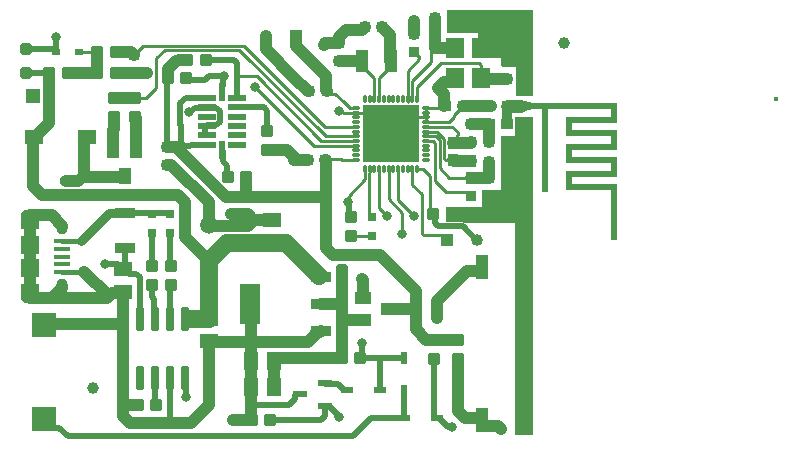
<source format=gbr>
G04*
G04 #@! TF.GenerationSoftware,Altium Limited,Altium Designer,24.8.2 (39)*
G04*
G04 Layer_Physical_Order=1*
G04 Layer_Color=255*
%FSLAX44Y44*%
%MOMM*%
G71*
G04*
G04 #@! TF.SameCoordinates,090D7C54-D181-4F83-8BE1-2E2D76EF1379*
G04*
G04*
G04 #@! TF.FilePolarity,Positive*
G04*
G01*
G75*
G04:AMPARAMS|DCode=14|XSize=1.97mm|YSize=0.6mm|CornerRadius=0.075mm|HoleSize=0mm|Usage=FLASHONLY|Rotation=90.000|XOffset=0mm|YOffset=0mm|HoleType=Round|Shape=RoundedRectangle|*
%AMROUNDEDRECTD14*
21,1,1.9700,0.4500,0,0,90.0*
21,1,1.8200,0.6000,0,0,90.0*
1,1,0.1500,0.2250,0.9100*
1,1,0.1500,0.2250,-0.9100*
1,1,0.1500,-0.2250,-0.9100*
1,1,0.1500,-0.2250,0.9100*
%
%ADD14ROUNDEDRECTD14*%
%ADD15O,0.8000X0.3000*%
%ADD16O,0.3000X0.8000*%
%ADD17R,0.9700X0.9400*%
%ADD18R,0.9700X1.0000*%
%ADD19R,0.9400X0.9700*%
G04:AMPARAMS|DCode=20|XSize=0.94mm|YSize=1.02mm|CornerRadius=0.094mm|HoleSize=0mm|Usage=FLASHONLY|Rotation=270.000|XOffset=0mm|YOffset=0mm|HoleType=Round|Shape=RoundedRectangle|*
%AMROUNDEDRECTD20*
21,1,0.9400,0.8320,0,0,270.0*
21,1,0.7520,1.0200,0,0,270.0*
1,1,0.1880,-0.4160,-0.3760*
1,1,0.1880,-0.4160,0.3760*
1,1,0.1880,0.4160,0.3760*
1,1,0.1880,0.4160,-0.3760*
%
%ADD20ROUNDEDRECTD20*%
%ADD21R,0.8000X0.8000*%
G04:AMPARAMS|DCode=22|XSize=0.94mm|YSize=1.02mm|CornerRadius=0.094mm|HoleSize=0mm|Usage=FLASHONLY|Rotation=0.000|XOffset=0mm|YOffset=0mm|HoleType=Round|Shape=RoundedRectangle|*
%AMROUNDEDRECTD22*
21,1,0.9400,0.8320,0,0,0.0*
21,1,0.7520,1.0200,0,0,0.0*
1,1,0.1880,0.3760,-0.4160*
1,1,0.1880,-0.3760,-0.4160*
1,1,0.1880,-0.3760,0.4160*
1,1,0.1880,0.3760,0.4160*
%
%ADD22ROUNDEDRECTD22*%
%ADD23R,1.5000X1.3000*%
%ADD24R,1.3000X1.3000*%
%ADD25R,1.0500X0.6000*%
%ADD26R,1.5000X1.3000*%
%ADD27R,1.5500X1.5000*%
%ADD28R,1.3500X0.4000*%
%ADD29R,0.6000X1.0500*%
%ADD30R,1.0000X2.0000*%
%ADD31R,1.4000X1.0000*%
%ADD32R,1.2300X0.6000*%
%ADD33R,1.3000X1.5000*%
%ADD34R,0.6100X1.5000*%
%ADD35R,1.5000X0.6100*%
%ADD36R,1.5000X1.7000*%
%ADD37R,1.0922X1.9050*%
%ADD38R,0.7000X0.5000*%
%ADD39R,1.0000X1.4000*%
%ADD40R,1.8100X3.4808*%
%ADD41R,1.8100X0.8900*%
G04:AMPARAMS|DCode=42|XSize=1mm|YSize=1mm|CornerRadius=0.25mm|HoleSize=0mm|Usage=FLASHONLY|Rotation=0.000|XOffset=0mm|YOffset=0mm|HoleType=Round|Shape=RoundedRectangle|*
%AMROUNDEDRECTD42*
21,1,1.0000,0.5000,0,0,0.0*
21,1,0.5000,1.0000,0,0,0.0*
1,1,0.5000,0.2500,-0.2500*
1,1,0.5000,-0.2500,-0.2500*
1,1,0.5000,-0.2500,0.2500*
1,1,0.5000,0.2500,0.2500*
%
%ADD42ROUNDEDRECTD42*%
%ADD43R,2.0000X2.0000*%
%ADD44R,1.0000X0.9700*%
%ADD45R,1.7300X0.9700*%
%ADD83C,1.0000*%
%ADD84C,1.0000*%
%ADD85C,0.5000*%
%ADD86C,0.2500*%
%ADD87C,0.8382*%
%ADD88C,1.1176*%
%ADD89C,1.5000*%
%ADD90C,0.4000*%
%ADD91C,0.7500*%
%ADD92C,1.5200*%
%ADD93R,1.5200X1.5200*%
%ADD94O,0.9500X1.3000*%
%ADD95O,1.5500X0.7750*%
%ADD96R,1.0100X1.0100*%
%ADD97C,1.0100*%
%ADD98C,0.4000*%
%ADD99C,0.8000*%
G36*
X435610Y308356D02*
X421260D01*
Y330310D01*
Y332740D01*
X410210D01*
X408940Y334010D01*
Y340360D01*
X389890D01*
Y361950D01*
X363220D01*
Y381000D01*
X435610D01*
Y308356D01*
D02*
G37*
G36*
X339090Y252730D02*
X292100D01*
Y300990D01*
X339090D01*
Y252730D01*
D02*
G37*
G36*
X13170Y212000D02*
X13430Y211980D01*
X13690Y211950D01*
X13950Y211900D01*
X14200Y211840D01*
X14460Y211770D01*
X14700Y211680D01*
X14940Y211580D01*
X15180Y211470D01*
X15410Y211340D01*
X15630Y211200D01*
X15850Y211060D01*
X16060Y210900D01*
X16260Y210730D01*
X16450Y210550D01*
X16630Y210360D01*
X16800Y210160D01*
X16960Y209950D01*
X17100Y209730D01*
X17240Y209510D01*
X17370Y209280D01*
X17480Y209040D01*
X17580Y208800D01*
X17670Y208560D01*
X17740Y208300D01*
X17800Y208050D01*
X17850Y207790D01*
X17880Y207530D01*
X17900Y207270D01*
X17910Y207010D01*
Y195560D01*
X2410D01*
Y207010D01*
X2420Y207270D01*
X2440Y207530D01*
X2470Y207790D01*
X2520Y208050D01*
X2580Y208300D01*
X2650Y208560D01*
X2740Y208800D01*
X2840Y209040D01*
X2950Y209280D01*
X3080Y209510D01*
X3220Y209730D01*
X3360Y209950D01*
X3520Y210160D01*
X3690Y210360D01*
X3870Y210550D01*
X4060Y210730D01*
X4260Y210900D01*
X4470Y211060D01*
X4690Y211200D01*
X4910Y211340D01*
X5140Y211470D01*
X5380Y211580D01*
X5620Y211680D01*
X5860Y211770D01*
X6120Y211840D01*
X6370Y211900D01*
X6630Y211950D01*
X6890Y211980D01*
X7150Y212000D01*
X7410Y212010D01*
X12910D01*
X13170Y212000D01*
D02*
G37*
G36*
X435610Y302260D02*
X506730D01*
Y285750D01*
X468630D01*
Y279400D01*
X506730D01*
Y262890D01*
X468630D01*
Y256540D01*
X506730D01*
Y240030D01*
X468630D01*
Y233680D01*
X506730D01*
Y186690D01*
X501650D01*
Y228600D01*
X463550D01*
Y245110D01*
X501650D01*
Y251460D01*
X463550D01*
Y262890D01*
Y267970D01*
X501650D01*
Y274320D01*
X463550D01*
Y290830D01*
X501650D01*
Y297180D01*
X448310D01*
Y227330D01*
X443230D01*
Y297180D01*
X435610D01*
X425873Y294746D01*
X421640D01*
Y304694D01*
X425873D01*
X435610Y302260D01*
D02*
G37*
G36*
X17910Y138110D02*
X17900Y137850D01*
X17880Y137590D01*
X17850Y137330D01*
X17800Y137070D01*
X17740Y136820D01*
X17670Y136560D01*
X17580Y136320D01*
X17480Y136080D01*
X17370Y135840D01*
X17240Y135610D01*
X17100Y135390D01*
X16960Y135170D01*
X16800Y134960D01*
X16630Y134760D01*
X16450Y134570D01*
X16260Y134390D01*
X16060Y134220D01*
X15850Y134060D01*
X15630Y133920D01*
X15410Y133780D01*
X15180Y133650D01*
X14940Y133540D01*
X14700Y133440D01*
X14460Y133350D01*
X14200Y133280D01*
X13950Y133220D01*
X13690Y133170D01*
X13430Y133140D01*
X13170Y133120D01*
X12910Y133110D01*
X7410D01*
X7150Y133120D01*
X6890Y133140D01*
X6630Y133170D01*
X6370Y133220D01*
X6120Y133280D01*
X5860Y133350D01*
X5620Y133440D01*
X5380Y133540D01*
X5140Y133650D01*
X4910Y133780D01*
X4690Y133920D01*
X4470Y134060D01*
X4260Y134220D01*
X4060Y134390D01*
X3870Y134570D01*
X3690Y134760D01*
X3520Y134960D01*
X3360Y135170D01*
X3220Y135390D01*
X3080Y135610D01*
X2950Y135840D01*
X2840Y136080D01*
X2740Y136320D01*
X2650Y136560D01*
X2580Y136820D01*
X2520Y137070D01*
X2470Y137330D01*
X2440Y137590D01*
X2420Y137850D01*
X2410Y138110D01*
Y149560D01*
X17910D01*
Y138110D01*
D02*
G37*
G36*
X435610Y21590D02*
X420370D01*
Y200660D01*
X378660D01*
X377668Y201323D01*
X376342Y201587D01*
X361950D01*
Y214630D01*
X392430D01*
Y228600D01*
X408940D01*
Y274320D01*
X420370D01*
Y291084D01*
X435610D01*
Y21590D01*
D02*
G37*
D14*
X102870Y119350D02*
D03*
X115570D02*
D03*
X128270D02*
D03*
X140970D02*
D03*
Y69850D02*
D03*
X128270D02*
D03*
X115570D02*
D03*
X102870D02*
D03*
D15*
X285750Y298320D02*
D03*
Y294320D02*
D03*
Y290320D02*
D03*
Y286320D02*
D03*
Y282320D02*
D03*
Y278320D02*
D03*
Y274320D02*
D03*
Y270320D02*
D03*
Y266320D02*
D03*
Y262320D02*
D03*
Y258320D02*
D03*
Y254320D02*
D03*
X345750D02*
D03*
Y258320D02*
D03*
Y262320D02*
D03*
Y266320D02*
D03*
Y270320D02*
D03*
Y274320D02*
D03*
Y278320D02*
D03*
Y282320D02*
D03*
Y286320D02*
D03*
Y290320D02*
D03*
Y294320D02*
D03*
Y298320D02*
D03*
D16*
X293750Y246320D02*
D03*
X297750D02*
D03*
X301750D02*
D03*
X305750D02*
D03*
X309750D02*
D03*
X313750D02*
D03*
X317750D02*
D03*
X321750D02*
D03*
X325750D02*
D03*
X329750D02*
D03*
X333750D02*
D03*
X337750D02*
D03*
Y306320D02*
D03*
X333750D02*
D03*
X329750D02*
D03*
X325750D02*
D03*
X321750D02*
D03*
X317750D02*
D03*
X313750D02*
D03*
X309750D02*
D03*
X305750D02*
D03*
X301750D02*
D03*
X297750D02*
D03*
X293750D02*
D03*
D17*
X398900Y252730D02*
D03*
X413900D02*
D03*
X308490Y367030D02*
D03*
X293490D02*
D03*
X398900Y238760D02*
D03*
X413900D02*
D03*
X245230Y254000D02*
D03*
X260230D02*
D03*
X246500Y312420D02*
D03*
X261500D02*
D03*
X353180Y374650D02*
D03*
X368180D02*
D03*
X362070Y299720D02*
D03*
X377070D02*
D03*
X398900D02*
D03*
X413900D02*
D03*
Y269240D02*
D03*
X398900D02*
D03*
D18*
X368300Y268970D02*
D03*
Y254270D02*
D03*
X383540Y253730D02*
D03*
Y239030D02*
D03*
D19*
Y223400D02*
D03*
Y208400D02*
D03*
X125730Y265310D02*
D03*
Y250310D02*
D03*
X97790Y342780D02*
D03*
Y327780D02*
D03*
X335280Y345560D02*
D03*
Y360560D02*
D03*
X383540Y269360D02*
D03*
Y284360D02*
D03*
X414020Y322700D02*
D03*
Y337700D02*
D03*
X271780Y337940D02*
D03*
Y352940D02*
D03*
D20*
X281940Y206020D02*
D03*
Y190220D02*
D03*
X210820Y262610D02*
D03*
Y278410D02*
D03*
X81280Y306350D02*
D03*
Y290550D02*
D03*
X99060Y306350D02*
D03*
Y290550D02*
D03*
X372110Y86080D02*
D03*
Y101880D02*
D03*
X351790Y86080D02*
D03*
Y101880D02*
D03*
X129540Y164110D02*
D03*
Y148310D02*
D03*
X113030Y164110D02*
D03*
Y148310D02*
D03*
D21*
X299720Y189870D02*
D03*
Y206370D02*
D03*
X128270Y192410D02*
D03*
Y208910D02*
D03*
X113030D02*
D03*
Y192410D02*
D03*
D22*
X193320Y240030D02*
D03*
X177520D02*
D03*
X126720Y323850D02*
D03*
X142520D02*
D03*
X143230Y339090D02*
D03*
X159030D02*
D03*
X67030Y345440D02*
D03*
X82830D02*
D03*
X67030Y327660D02*
D03*
X82830D02*
D03*
X42190D02*
D03*
X26390D02*
D03*
X213640Y34290D02*
D03*
X197840D02*
D03*
X274040Y86360D02*
D03*
X289840D02*
D03*
X351510Y208280D02*
D03*
X367310D02*
D03*
X117120Y46990D02*
D03*
X101320D02*
D03*
D23*
X58700Y273610D02*
D03*
X13700D02*
D03*
D24*
X12700Y308610D02*
D03*
D25*
X12670Y236220D02*
D03*
X40670D02*
D03*
X278100Y59690D02*
D03*
X306100D02*
D03*
X326360Y35560D02*
D03*
X354360D02*
D03*
D26*
X214630Y203810D02*
D03*
Y184810D02*
D03*
X161290Y100990D02*
D03*
Y119990D02*
D03*
X88900Y161900D02*
D03*
Y142900D02*
D03*
D27*
X10160Y162560D02*
D03*
Y182560D02*
D03*
D28*
X36910Y159560D02*
D03*
Y166060D02*
D03*
Y172560D02*
D03*
Y179060D02*
D03*
Y185560D02*
D03*
D29*
X326390Y58390D02*
D03*
Y86390D02*
D03*
D30*
X392430Y34060D02*
D03*
Y164060D02*
D03*
D31*
X291690Y137770D02*
D03*
Y118770D02*
D03*
X313690Y128270D02*
D03*
D32*
X259520Y46380D02*
D03*
Y65380D02*
D03*
X238320Y55880D02*
D03*
D33*
X216510Y62230D02*
D03*
X197510D02*
D03*
X216510Y83820D02*
D03*
X197510D02*
D03*
D34*
X172720Y311520D02*
D03*
Y262520D02*
D03*
D35*
X159720Y307020D02*
D03*
Y299020D02*
D03*
Y291020D02*
D03*
Y283020D02*
D03*
Y275020D02*
D03*
Y267020D02*
D03*
X185720Y307020D02*
D03*
Y299020D02*
D03*
Y291020D02*
D03*
Y283020D02*
D03*
Y275020D02*
D03*
Y267020D02*
D03*
D36*
X392000Y323850D02*
D03*
Y349250D02*
D03*
X370000D02*
D03*
Y323850D02*
D03*
D37*
X315722Y337820D02*
D03*
X291338D02*
D03*
D38*
X51910Y345440D02*
D03*
X31910D02*
D03*
D39*
X99670Y262460D02*
D03*
X80670D02*
D03*
X90170Y240460D02*
D03*
D40*
X195960Y132080D02*
D03*
D41*
X256160Y155080D02*
D03*
Y132080D02*
D03*
Y109080D02*
D03*
D42*
X274320Y161290D02*
D03*
X6350Y347980D02*
D03*
Y327660D02*
D03*
D43*
X21590Y34930D02*
D03*
Y114930D02*
D03*
D44*
X413750Y284480D02*
D03*
X399050D02*
D03*
D45*
X90170Y179510D02*
D03*
Y209110D02*
D03*
D83*
X63500Y60960D02*
D03*
X462280Y353060D02*
D03*
D84*
X161290Y198910D02*
Y218440D01*
X129420Y250310D02*
X161290Y218440D01*
Y198910D02*
X162200Y198000D01*
X88900Y46990D02*
X101320D01*
X127020Y323950D02*
Y330992D01*
X126920Y323850D02*
X127020Y323950D01*
X126720Y323850D02*
X126920D01*
X143130Y339190D02*
X143230Y339090D01*
X136053Y339190D02*
X143130D01*
X136022Y339222D02*
X136053Y339190D01*
X134620Y337820D02*
X136022Y339222D01*
X133848Y337820D02*
X134620D01*
X127020Y330992D02*
X133848Y337820D01*
X81280Y280670D02*
Y290550D01*
X80670Y280060D02*
X81280Y280670D01*
X80670Y262460D02*
Y280060D01*
X392000Y349250D02*
X414020D01*
X360990Y320350D02*
X367500D01*
X370000Y322850D01*
Y323850D01*
X355600Y314960D02*
X360990Y320350D01*
X353180Y349250D02*
X370000D01*
X394500Y363883D02*
X396308Y365692D01*
X394500Y351750D02*
Y363883D01*
X392000Y349250D02*
X394500Y351750D01*
X386080Y375920D02*
X396308Y365692D01*
X369450Y375920D02*
X386080D01*
X368180Y374650D02*
X369450Y375920D01*
X392000Y323850D02*
X393150Y322700D01*
X414020D01*
X360680Y299720D02*
Y309880D01*
X355600Y314960D02*
X360680Y309880D01*
X413900Y222130D02*
Y238760D01*
X401320Y220980D02*
X405952Y216348D01*
X408118D02*
X413900Y222130D01*
X383540Y208400D02*
X403980D01*
X382370Y208380D02*
X382965Y208975D01*
X379993Y160283D02*
X392430D01*
X28410Y137560D02*
X75455D01*
X22225Y114295D02*
X23500Y115570D01*
X398900Y299720D02*
X400170D01*
X389890D02*
X398900D01*
X413900Y238760D02*
Y252730D01*
X403980Y208400D02*
X408940Y213360D01*
X405952Y216348D02*
X408118D01*
X367310Y208280D02*
X367410Y208380D01*
X382370D01*
X413900Y252730D02*
Y269240D01*
X283210Y364490D02*
X290950D01*
X277638D02*
X283210D01*
X233680Y323850D02*
X245110Y312420D01*
X209550Y347980D02*
X233680Y323850D01*
X378288Y35732D02*
X392430D01*
Y29060D02*
X406550D01*
X392430Y34060D02*
Y35732D01*
Y29060D02*
Y34060D01*
X398630Y239030D02*
X398900Y239300D01*
X54582Y240002D02*
X90170D01*
X54582D02*
X55880Y241300D01*
X50800Y236220D02*
X54582Y240002D01*
X216510Y83820D02*
Y84820D01*
Y62230D02*
Y83820D01*
X406550Y29060D02*
X408940Y26670D01*
X368300Y268970D02*
X383150D01*
X235000Y350470D02*
X260350Y325120D01*
X398900Y239300D02*
Y252730D01*
X308490Y367030D02*
X315261Y360259D01*
Y338281D02*
X315722Y337820D01*
X315261Y338281D02*
Y360259D01*
X271780Y337940D02*
X271900Y337820D01*
X291338D01*
X383540Y239030D02*
X398630D01*
X193320Y223234D02*
Y240030D01*
Y222940D02*
Y223234D01*
X260365Y313555D02*
X261500Y312420D01*
X260365Y313555D02*
Y325105D01*
X353180Y349250D02*
Y374650D01*
X414020Y337700D02*
Y349250D01*
X260230Y352940D02*
X271780D01*
X259080Y351790D02*
X260230Y352940D01*
X271780Y358632D02*
X277638Y364490D01*
X271780Y352940D02*
Y358632D01*
X290950Y364490D02*
X293490Y367030D01*
X234950Y359410D02*
X235000Y359360D01*
Y350470D02*
Y359360D01*
X209550Y347980D02*
Y359410D01*
X377070Y299720D02*
X389890D01*
X245110Y312420D02*
X246500D01*
X398900Y284330D02*
X399050Y284480D01*
X398900Y269240D02*
Y284330D01*
X383660Y284480D02*
X399050D01*
X383540Y284360D02*
X383660Y284480D01*
X383150Y268970D02*
X383540Y269360D01*
X368840Y253730D02*
X383540D01*
X368300Y254270D02*
X368840Y253730D01*
X260350Y229870D02*
Y253880D01*
Y179848D02*
X266208Y173990D01*
X260350Y225480D02*
Y229870D01*
X266208Y173990D02*
X306070D01*
X260350Y179848D02*
Y225480D01*
X260230Y254000D02*
X260350Y253880D01*
X258104Y223234D02*
X260350Y225480D01*
X233680Y254000D02*
Y256752D01*
X227822Y262610D02*
X233680Y256752D01*
X210820Y262610D02*
X227822D01*
X97790Y327780D02*
X109100D01*
X97120D02*
X97790D01*
X193320Y223234D02*
X258104D01*
X193320Y222940D02*
X193320Y222940D01*
X175840D02*
X193320D01*
X125730Y265310D02*
X137587D01*
X133875Y264905D02*
X175840Y222940D01*
X125730Y250310D02*
X129420D01*
X233680Y254000D02*
X245230D01*
X306070Y173990D02*
X336550Y143510D01*
Y128270D02*
Y143510D01*
X392430Y160283D02*
Y164060D01*
X354330Y120650D02*
Y134620D01*
X379993Y160283D01*
X82830Y345440D02*
X82930Y345340D01*
X95230D01*
X336550Y110770D02*
Y128270D01*
Y110770D02*
X345340Y101980D01*
X26330Y285240D02*
Y327560D01*
X14700Y273610D02*
X26330Y285240D01*
X13700Y273610D02*
X14700D01*
X12670Y236220D02*
Y272580D01*
Y232098D02*
Y236220D01*
X55880Y241300D02*
Y257110D01*
X56200Y257430D01*
Y272110D01*
X57700Y273610D01*
X58700D01*
X90170Y240002D02*
Y240460D01*
X12670Y272580D02*
X13700Y273610D01*
X42190Y327660D02*
X67030D01*
X95230Y345340D02*
X97790Y342780D01*
X67030Y327660D02*
Y344917D01*
X82830Y327660D02*
X83030D01*
X83130Y327760D01*
X97100D02*
X97120Y327780D01*
X83130Y327760D02*
X97100D01*
X54582Y240002D02*
X54582Y240002D01*
X140970Y189230D02*
Y218932D01*
X12670Y232098D02*
X19978Y224790D01*
X135112D02*
X140970Y218932D01*
X19978Y224790D02*
X135112D01*
X40670Y236220D02*
X50800D01*
X81280Y306350D02*
X99060D01*
Y290350D02*
Y290550D01*
Y290350D02*
X99670Y289740D01*
Y262460D02*
Y289740D01*
X140970Y189230D02*
X161290Y168910D01*
X198780Y203810D02*
X199510Y203080D01*
X194310Y208280D02*
X198780Y203810D01*
X214630D01*
X180340Y208280D02*
X194310D01*
X162200Y198000D02*
X194430D01*
X199510Y203080D01*
X21590Y114930D02*
X22225Y114295D01*
X23500Y115570D02*
X88900D01*
X28410Y137560D02*
X37160Y146310D01*
Y147560D01*
X10160Y137560D02*
X28410D01*
X37160Y197560D02*
Y198810D01*
X28410Y207560D02*
X37160Y198810D01*
X10160Y207560D02*
X28410D01*
X10160Y182560D02*
Y207560D01*
Y137560D02*
Y162560D01*
Y182560D01*
X372110Y41910D02*
Y86080D01*
Y41910D02*
X378288Y35732D01*
X256160Y132080D02*
X274040D01*
Y91440D02*
Y132080D01*
Y161010D01*
X245702Y100330D02*
X252110Y106738D01*
Y108530D01*
X255610D02*
X256160Y109080D01*
X197510Y100330D02*
X245702D01*
X252110Y108530D02*
X255610D01*
X197510Y100330D02*
Y130530D01*
X195960Y132080D02*
X197510Y130530D01*
X218010Y86320D02*
X223828D01*
X223868Y86360D01*
X274040D01*
X216510Y84820D02*
X218010Y86320D01*
X313690Y128270D02*
X336550D01*
X345340Y101980D02*
X351690D01*
X291690Y137770D02*
Y152810D01*
X290830Y153670D02*
X291690Y152810D01*
X278790Y118770D02*
X291690D01*
X274040Y161010D02*
X274320Y161290D01*
X351690Y101980D02*
X351790Y101880D01*
X372110D01*
X181610Y34290D02*
X197840D01*
X197510Y83820D02*
Y100330D01*
Y62230D02*
Y83820D01*
Y46990D02*
Y62230D01*
Y34620D02*
Y46990D01*
X161950Y100330D02*
X197510D01*
X161290Y46990D02*
Y100990D01*
X87400Y141400D02*
X88900Y142900D01*
X75455Y137560D02*
X76655Y138760D01*
X79295Y141400D02*
X87400D01*
X76655Y138760D02*
X79295Y141400D01*
X55855Y159560D02*
X76655Y138760D01*
X335280Y360560D02*
Y372110D01*
X128270Y31750D02*
X146050D01*
X94758D02*
X128270D01*
X88900Y46990D02*
Y115570D01*
Y37608D02*
Y46990D01*
X146050Y31750D02*
X161290Y46990D01*
X88900Y37608D02*
X94758Y31750D01*
X88900Y115570D02*
Y142900D01*
D85*
X116070Y48040D02*
X117120Y46990D01*
X116070Y48040D02*
Y69350D01*
X115570Y69850D02*
X116070Y69350D01*
X144324Y322046D02*
X158530D01*
X142520Y323850D02*
X144324Y322046D01*
X161604Y325120D02*
X173990D01*
X158530Y322046D02*
X161604Y325120D01*
X125730Y318650D02*
X125790Y318710D01*
X125730Y265310D02*
Y318650D01*
X352865Y201049D02*
Y206925D01*
X351510Y208280D02*
X352865Y206925D01*
X387772Y186690D02*
X388620D01*
X376342Y198120D02*
X387772Y186690D01*
X355794Y198120D02*
X376342D01*
X352865Y201049D02*
X355794Y198120D01*
X363656Y28514D02*
X366456D01*
X367030Y27940D01*
X356610Y35560D02*
X363656Y28514D01*
X354360Y35560D02*
X356610D01*
X140970Y119990D02*
X145440D01*
X259520Y46050D02*
Y46380D01*
Y37219D02*
Y46050D01*
X263000D01*
X259190D02*
X259520D01*
X290194Y86360D02*
X306100D01*
X326390Y35560D02*
Y58390D01*
X326360Y35560D02*
X326390D01*
X298628D02*
X326360D01*
X90170Y209110D02*
X128070D01*
X137587Y265860D02*
Y283791D01*
Y265310D02*
Y265860D01*
X382965Y208975D02*
X383540Y208400D01*
X185720Y307020D02*
Y336161D01*
X159030Y339090D02*
X182791D01*
X185720Y336161D01*
Y299020D02*
X207891D01*
X210820Y278410D02*
Y296091D01*
X207891Y299020D02*
X210820Y296091D01*
X145487Y265860D02*
X146647Y267020D01*
X137587Y265860D02*
X145487D01*
X146647Y267020D02*
X159720D01*
X173270Y253450D02*
X177177Y249543D01*
X173270Y253450D02*
Y261970D01*
X177177Y240373D02*
X177520Y240030D01*
X177177Y240373D02*
Y249543D01*
X172720Y262520D02*
X173270Y261970D01*
Y323588D02*
X173990Y324308D01*
Y325120D01*
X172720Y315970D02*
X173270Y316520D01*
Y323588D01*
X172720Y311520D02*
Y315970D01*
X159720Y299020D02*
X160270Y298470D01*
X167628D01*
X170620Y295478D01*
Y286562D02*
Y295478D01*
X167628Y283570D02*
X170620Y286562D01*
X160270Y283570D02*
X167628D01*
X159720Y283020D02*
X160270Y283570D01*
X159000Y283020D02*
X159720D01*
X158450Y282470D02*
X159000Y283020D01*
X158450Y275570D02*
Y282470D01*
Y275570D02*
X159000Y275020D01*
X159720D01*
X149422Y298470D02*
X159170D01*
X159720Y299020D01*
X145592Y294640D02*
X149422Y298470D01*
X144780Y294640D02*
X145592D01*
X141920Y307020D02*
X159720D01*
X137380Y302480D02*
X141920Y307020D01*
X137380Y283999D02*
Y302480D01*
Y283999D02*
X137587Y283791D01*
X279974Y207986D02*
Y217866D01*
X279400Y218440D02*
X279974Y217866D01*
Y207986D02*
X281940Y206020D01*
X6350Y347980D02*
X31750D01*
Y358140D01*
X6350Y327660D02*
X26390D01*
X34748Y27482D02*
X41910Y20320D01*
X283388D01*
X21590Y34930D02*
X29038Y27482D01*
X34748D01*
X283388Y20320D02*
X298628Y35560D01*
X351790Y36060D02*
Y86080D01*
Y36060D02*
X352290Y35560D01*
X304739Y86426D02*
X326354D01*
X326390Y86390D01*
X306100Y59690D02*
Y86360D01*
X289840D02*
X290194D01*
X290970Y87136D01*
X290830Y99060D02*
X290970Y98920D01*
Y87136D02*
Y98920D01*
X275850Y59690D02*
X278100D01*
X270660Y64880D02*
X275850Y59690D01*
X260020Y64880D02*
X270660D01*
X259520Y65380D02*
X260020Y64880D01*
X263000Y46050D02*
X271780Y37270D01*
Y36830D02*
Y37270D01*
X213640Y34290D02*
X256591D01*
X197510Y46990D02*
X229430D01*
X256591Y34290D02*
X259520Y37219D01*
X235170Y55880D02*
X238320D01*
X234670Y55380D02*
X235170Y55880D01*
X234670Y52230D02*
Y55380D01*
X229430Y46990D02*
X234670Y52230D01*
X128270Y31750D02*
Y69850D01*
X142240Y53340D02*
Y68580D01*
X140970Y69850D02*
X142240Y68580D01*
X85004Y165796D02*
X88900Y161900D01*
X74234Y165796D02*
X85004D01*
X73660Y166370D02*
X74234Y165796D01*
X90089Y209029D02*
X90170Y209110D01*
X113030Y138430D02*
Y148310D01*
Y138430D02*
X115260Y136200D01*
Y119660D02*
Y136200D01*
X99941Y157900D02*
X102870Y154971D01*
X93900Y157900D02*
X99941D01*
X102870Y119350D02*
Y154971D01*
X90170Y161630D02*
X93900Y157900D01*
X128270Y119350D02*
Y147040D01*
X129540Y148310D01*
X115260Y119660D02*
X115570Y119350D01*
X140970D02*
Y119990D01*
X90170Y163256D02*
Y179510D01*
X128070Y209110D02*
X128270Y208910D01*
X128905Y164745D02*
Y191775D01*
X128270Y192410D02*
X128905Y191775D01*
Y164745D02*
X129540Y164110D01*
X113030D02*
Y192410D01*
D86*
X305750Y213680D02*
Y246320D01*
Y213680D02*
X312420Y207010D01*
X313750Y220920D02*
Y246320D01*
X325120Y191770D02*
Y209550D01*
X313750Y220920D02*
X325120Y209550D01*
X333680Y294640D02*
X338000Y290320D01*
X332740Y294640D02*
X333680D01*
X338000Y290320D02*
X345750D01*
X298450Y294640D02*
X309880D01*
X298226Y294416D02*
X298450Y294640D01*
X285846Y294416D02*
X298226D01*
X285750Y294320D02*
X285846Y294416D01*
X274858Y294320D02*
X285750D01*
X321750Y220540D02*
X335280Y207010D01*
X321750Y220540D02*
Y246320D01*
X341850Y191954D02*
X343315Y190490D01*
X333750Y233233D02*
X341850Y225133D01*
X343315Y190490D02*
X359420D01*
X341850Y191954D02*
Y225133D01*
X391920Y326585D02*
X393327Y325177D01*
X391920Y326585D02*
Y334511D01*
X390196Y336235D02*
X391920Y334511D01*
X358147Y336235D02*
X390196D01*
X337750Y315837D02*
X358147Y336235D01*
X337750Y308610D02*
Y315837D01*
X349250Y337039D02*
Y349250D01*
Y374455D01*
X345750Y286320D02*
Y290320D01*
X348970Y210820D02*
Y240350D01*
Y210820D02*
X351510Y208280D01*
X343000Y246320D02*
X348970Y240350D01*
X337750Y246320D02*
X343000D01*
X360680Y299720D02*
X361375Y299025D01*
X333750Y306320D02*
Y321539D01*
Y303820D02*
Y306320D01*
X260230Y254000D02*
X260926Y254696D01*
X273654D01*
X274030Y254320D01*
X285750D01*
X360680Y255464D02*
Y271948D01*
X345750Y282320D02*
X367510D01*
X368300Y268970D02*
X371900Y272570D01*
X367510Y282320D02*
X372110Y277720D01*
X371900Y272570D02*
Y275220D01*
X372110Y275430D01*
Y277720D01*
X333750Y321539D02*
X349250Y337039D01*
X293750Y237870D02*
Y246320D01*
X279840Y223960D02*
X293750Y237870D01*
X345750Y298320D02*
X360670D01*
X345750Y286320D02*
X364790D01*
X369319Y290849D02*
Y292119D01*
X376920Y299720D01*
X364790Y286320D02*
X369319Y290849D01*
X356870Y247264D02*
Y270950D01*
Y247264D02*
X365104Y239030D01*
X383540D01*
X329750Y330011D02*
X339450Y339711D01*
X329750Y306320D02*
Y330011D01*
X297180Y208910D02*
Y242088D01*
Y208910D02*
X299720Y206370D01*
X352692Y236588D02*
X362280Y227000D01*
X333750Y233233D02*
Y246320D01*
X345750Y274320D02*
X353500D01*
X356870Y270950D01*
X297180Y242088D02*
X297400Y242308D01*
Y243335D01*
X297750Y243685D01*
Y246320D01*
X345750Y294320D02*
Y298320D01*
Y278320D02*
X354308D01*
X360680Y271948D01*
X329750Y303303D02*
Y306320D01*
X345750Y270320D02*
X351227D01*
X352692Y268855D01*
Y236588D02*
Y268855D01*
X256730Y270320D02*
X285750D01*
X201930Y325120D02*
X256730Y270320D01*
X186521Y325120D02*
X201930D01*
X260350Y274320D02*
X285750D01*
X186960Y347710D02*
X260350Y274320D01*
X124190Y347710D02*
X186960D01*
X116840Y340360D02*
X124190Y347710D01*
X116840Y315280D02*
Y340360D01*
X107910Y306350D02*
X116840Y315280D01*
X99060Y306350D02*
X107910D01*
X383540Y223400D02*
Y223550D01*
X380090Y227000D02*
X383540Y223550D01*
X362280Y227000D02*
X380090D01*
X301750Y306320D02*
Y323344D01*
X291338Y333756D02*
X301750Y323344D01*
X291338Y333756D02*
Y337820D01*
X280817Y298320D02*
X285750D01*
X275067Y304070D02*
X280817Y298320D01*
X275050Y304070D02*
X275067D01*
X268636Y310485D02*
X275050Y304070D01*
X265100Y310485D02*
X268636D01*
X261500Y312420D02*
X265100Y310485D01*
X250570Y266320D02*
X285750D01*
X200660Y316230D02*
X250570Y266320D01*
X259970Y282320D02*
X285750D01*
X191180Y351110D02*
X259970Y282320D01*
X105970Y351110D02*
X191180D01*
X97790Y342930D02*
X105970Y351110D01*
X97790Y342780D02*
Y342930D01*
X315722Y333756D02*
Y337820D01*
X305750Y323784D02*
X315722Y333756D01*
X305750Y306320D02*
Y323784D01*
X368030Y254000D02*
X368300Y254270D01*
X362145Y254000D02*
X368030D01*
X360680Y255464D02*
X362145Y254000D01*
X335280Y345560D02*
X338180Y342660D01*
X339450D01*
Y339711D02*
Y342660D01*
X359420Y190490D02*
X363220Y186690D01*
X376920Y299720D02*
X377070D01*
X360670Y298320D02*
X361375Y299025D01*
X279840Y218880D02*
Y223960D01*
X279400Y218440D02*
X279840Y218880D01*
X349250Y374455D02*
X350714Y375920D01*
X299370Y190220D02*
X299720Y189870D01*
X285790Y190220D02*
X299370D01*
X284709Y191301D02*
X285790Y190220D01*
X284709Y191301D02*
Y192990D01*
X281940Y190220D02*
X284709Y192990D01*
X51910Y345440D02*
X67030D01*
D87*
X309880Y257810D02*
X321310D01*
X332740D01*
Y270510D01*
X298450Y257810D02*
X309880D01*
X413750Y284480D02*
Y299570D01*
X413900Y299720D01*
D88*
X425450D01*
D89*
X176530Y184150D02*
X226583D01*
X254610Y156123D01*
X161290Y168910D02*
X176530Y184150D01*
X161290Y119990D02*
Y168910D01*
X145440Y119990D02*
X161290D01*
D90*
X36910Y159560D02*
X55855D01*
X36910Y185560D02*
X53480D01*
D91*
X76949Y209029D02*
X90089D01*
X53480Y185560D02*
X76949Y209029D01*
D92*
X161290Y198910D02*
D03*
D93*
Y168910D02*
D03*
D94*
X37160Y147560D02*
D03*
Y197560D02*
D03*
D95*
X10160Y137560D02*
D03*
Y207560D02*
D03*
D96*
X363220Y186690D02*
D03*
X234950Y359410D02*
D03*
D97*
X388620Y186690D02*
D03*
X209550Y359410D02*
D03*
D98*
X151130Y228600D02*
D03*
X222250Y334010D02*
D03*
X214630Y341630D02*
D03*
X142240Y236220D02*
D03*
X135890Y242570D02*
D03*
X226060Y262890D02*
D03*
X641350Y306070D02*
D03*
X424180Y26670D02*
D03*
X431800D02*
D03*
X424180Y34290D02*
D03*
X431800D02*
D03*
X424180Y41910D02*
D03*
X431800D02*
D03*
X424180Y49530D02*
D03*
X431800D02*
D03*
X424180Y57150D02*
D03*
X431800D02*
D03*
X424180Y64770D02*
D03*
X431800D02*
D03*
X424180Y72390D02*
D03*
X431800D02*
D03*
X424180Y80010D02*
D03*
X431800D02*
D03*
X424180Y87630D02*
D03*
X431800D02*
D03*
X424180Y95250D02*
D03*
X431800D02*
D03*
X424180Y102870D02*
D03*
X431800D02*
D03*
X424180Y110490D02*
D03*
X431800D02*
D03*
X424180Y118110D02*
D03*
X431800D02*
D03*
X424180Y125730D02*
D03*
X431800D02*
D03*
X424180Y133350D02*
D03*
X431800D02*
D03*
X424180Y140970D02*
D03*
X431800D02*
D03*
X424180Y148590D02*
D03*
X431800D02*
D03*
X424180Y156210D02*
D03*
X431800D02*
D03*
X424180Y163830D02*
D03*
X431800D02*
D03*
X424180Y171450D02*
D03*
X431800D02*
D03*
X424180Y179070D02*
D03*
X431800D02*
D03*
X424180Y186690D02*
D03*
X431800D02*
D03*
X424180Y194310D02*
D03*
X431800D02*
D03*
X424180Y201930D02*
D03*
X431800D02*
D03*
X445770Y229870D02*
D03*
D03*
X431800Y209550D02*
D03*
X424180D02*
D03*
X416560Y217170D02*
D03*
X408940D02*
D03*
X401320D02*
D03*
Y224790D02*
D03*
X408940D02*
D03*
X416560D02*
D03*
X424180Y217170D02*
D03*
Y224790D02*
D03*
Y232410D02*
D03*
Y240030D02*
D03*
Y247650D02*
D03*
Y255270D02*
D03*
Y262890D02*
D03*
Y270510D02*
D03*
Y278130D02*
D03*
Y358140D02*
D03*
Y350520D02*
D03*
Y342900D02*
D03*
Y335280D02*
D03*
Y327660D02*
D03*
Y320040D02*
D03*
X386080Y373380D02*
D03*
X393700D02*
D03*
X401320D02*
D03*
X408940Y365760D02*
D03*
X416560D02*
D03*
X408940Y373380D02*
D03*
X416560D02*
D03*
X424180Y365760D02*
D03*
Y373380D02*
D03*
X431800D02*
D03*
Y365760D02*
D03*
Y358140D02*
D03*
Y350520D02*
D03*
Y217170D02*
D03*
Y224790D02*
D03*
Y232410D02*
D03*
Y240030D02*
D03*
Y247650D02*
D03*
X424180Y285750D02*
D03*
Y312420D02*
D03*
X431800Y342900D02*
D03*
Y335280D02*
D03*
Y327660D02*
D03*
Y320040D02*
D03*
Y312420D02*
D03*
Y255270D02*
D03*
Y262890D02*
D03*
Y270510D02*
D03*
Y278130D02*
D03*
Y285750D02*
D03*
D99*
X81280Y280670D02*
D03*
X312420Y207010D02*
D03*
X325120Y191770D02*
D03*
X332740Y270510D02*
D03*
Y257810D02*
D03*
X321310D02*
D03*
X309880D02*
D03*
X298450D02*
D03*
X332740Y294640D02*
D03*
X309880D02*
D03*
X298450D02*
D03*
X335280Y207010D02*
D03*
X355600Y314960D02*
D03*
X367030Y27940D02*
D03*
X408940Y26670D02*
D03*
X321310Y270510D02*
D03*
X309880D02*
D03*
X298450D02*
D03*
X332740Y281940D02*
D03*
X321310D02*
D03*
X309880D02*
D03*
X298450D02*
D03*
X321310Y294640D02*
D03*
X271780Y295910D02*
D03*
X233680Y323850D02*
D03*
X259080Y351790D02*
D03*
X260350Y325120D02*
D03*
X389890Y299720D02*
D03*
X260350Y229870D02*
D03*
X200660Y316230D02*
D03*
X173990Y325120D02*
D03*
X144780Y294640D02*
D03*
X109100Y327780D02*
D03*
X233680Y254000D02*
D03*
X279400Y218440D02*
D03*
X354330Y120650D02*
D03*
X31750Y358140D02*
D03*
X180340Y208280D02*
D03*
X290830Y99060D02*
D03*
X271780Y36830D02*
D03*
X290830Y153670D02*
D03*
X181610Y34290D02*
D03*
X335280Y372110D02*
D03*
X414020Y349250D02*
D03*
X283210Y364490D02*
D03*
X142240Y53340D02*
D03*
X73660Y166370D02*
D03*
M02*

</source>
